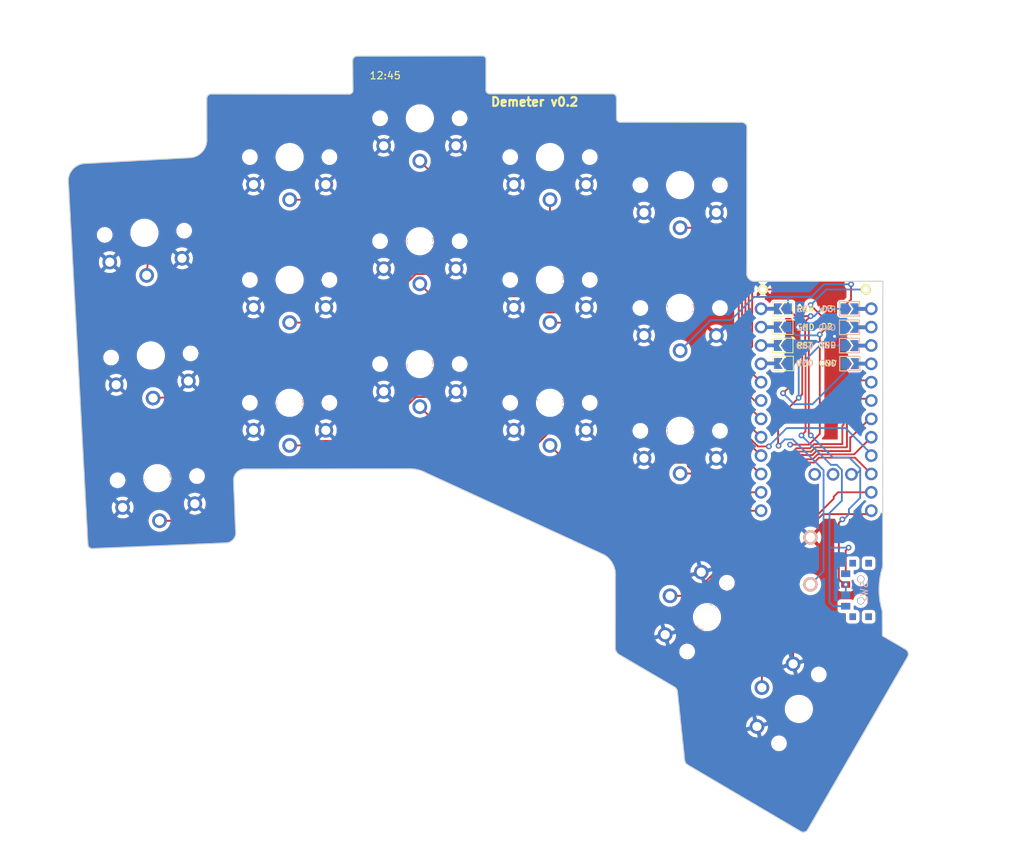
<source format=kicad_pcb>
(kicad_pcb (version 20221018) (generator pcbnew)
  (layers (0 "F.Cu" signal) (31 "B.Cu" signal) (34 "B.Paste" user) (35 "F.Paste" user) (36 "B.SilkS" user "B.Silkscreen") (37 "F.SilkS" user "F.Silkscreen") (38 "B.Mask" user) (39 "F.Mask" user) (44 "Edge.Cuts" user))
  (net 0 "")
  (net 1 "BT+")
  (net 2 "gnd")
  (net 3 "vcc")
  (net 4 "Switch18")
  (net 5 "reset")
  (net 6 "Switch1")
  (net 7 "Switch2")
  (net 8 "Switch3")
  (net 9 "Switch4")
  (net 10 "Switch5")
  (net 11 "Switch6")
  (net 12 "Switch7")
  (net 13 "Switch8")
  (net 14 "Switch9")
  (net 15 "Switch10")
  (net 16 "Switch11")
  (net 17 "Switch12")
  (net 18 "Switch13")
  (net 19 "Switch14")
  (net 20 "Switch15")
  (net 21 "Switch16")
  (net 22 "Switch17")
  (net 23 "raw")
  (footprint "kbd:1pin_conn_min" (layer "F.Cu") (at 183.571918 77.344)
    (fp_text reference "Bat+1" hide)
    (fp_text value "MountingHole_Pad" hide)
  )
  (footprint "kbd:1pin_conn_min" (layer "F.Cu") (at 169.347918 77.344)
    (fp_text reference "BatGND1" hide)
    (fp_text value "MountingHole_Pad" hide)
  )
  (footprint "Kailh:SW_PG1350_rev_DPB2.2" (layer "F.Cu") (at 83.824561 69.496826 3)
    (fp_text reference "SW2" hide)
    (fp_text value "SW_Push" hide)
  )
  (footprint "Kailh:SW_PG1350_rev_DPB2.2" (layer "F.Cu") (at 103.91 59.02)
    (fp_text reference "SW3" hide)
    (fp_text value "SW_Push" hide)
  )
  (footprint "Kailh:SW_PG1350_rev_DPB2.2" (layer "F.Cu") (at 121.91 53.66)
    (fp_text reference "SW4" hide)
    (fp_text value "SW_Push" hide)
  )
  (footprint "Kailh:SW_PG1350_rev_DPB2.2" (layer "F.Cu") (at 139.91 59.02)
    (fp_text reference "SW5" hide)
    (fp_text value "SW_Push" hide)
  )
  (footprint "Kailh:SW_PG1350_rev_DPB2.2" (layer "F.Cu") (at 157.91 62.9)
    (fp_text reference "SW6" hide)
    (fp_text value "SW_Push" hide)
  )
  (footprint "Kailh:SW_PG1350_rev_DPB2.2" (layer "F.Cu") (at 84.714271 86.473528 3)
    (fp_text reference "SW8" hide)
    (fp_text value "SW_Push" hide)
  )
  (footprint "Kailh:SW_PG1350_rev_DPB2.2" (layer "F.Cu") (at 103.91 76.02)
    (fp_text reference "SW9" hide)
    (fp_text value "SW_Push" hide)
  )
  (footprint "Kailh:SW_PG1350_rev_DPB2.2" (layer "F.Cu") (at 121.91 70.66)
    (fp_text reference "SW10" hide)
    (fp_text value "SW_Push" hide)
  )
  (footprint "Kailh:SW_PG1350_rev_DPB2.2" (layer "F.Cu") (at 139.91 76.02)
    (fp_text reference "SW11" hide)
    (fp_text value "SW_Push" hide)
  )
  (footprint "Kailh:SW_PG1350_rev_DPB2.2" (layer "F.Cu") (at 157.91 79.9)
    (fp_text reference "SW12" hide)
    (fp_text value "SW_Push" hide)
  )
  (footprint "Kailh:SW_PG1350_rev_DPB2.2" (layer "F.Cu") (at 85.603983 103.45023 3)
    (fp_text reference "SW14" hide)
    (fp_text value "SW_Push" hide)
  )
  (footprint "Kailh:SW_PG1350_rev_DPB2.2" (layer "F.Cu") (at 103.91 93.02)
    (fp_text reference "SW15" hide)
    (fp_text value "SW_Push" hide)
  )
  (footprint "Kailh:SW_PG1350_rev_DPB2.2" (layer "F.Cu") (at 121.91 87.66)
    (fp_text reference "SW16" hide)
    (fp_text value "SW_Push" hide)
  )
  (footprint "Kailh:SW_PG1350_rev_DPB2.2" (layer "F.Cu") (at 139.91 93.02)
    (fp_text reference "SW17" hide)
    (fp_text value "SW_Push" hide)
  )
  (footprint "Kailh:SW_PG1350_rev_DPB2.2" (layer "F.Cu") (at 157.91 96.9)
    (fp_text reference "SW18" hide)
    (fp_text value "SW_Push" hide)
  )
  (footprint "Kailh:SW_PG1350_rev_DPB2.2" (layer "F.Cu") (at 161.624075 122.677892 -120)
    (fp_text reference "SW20" hide)
    (fp_text value "SW_Push" hide)
  )
  (footprint "Kailh:SW_PG1350_15_reversible_b2V2" (layer "F.Cu") (at 174.324075 135.377892 -120)
    (fp_text reference "SW21" hide)
    (fp_text value "SW_Push" hide)
  )
  (footprint "Kailh:SPDT_C128955" (layer "F.Cu") (at 182.88 118.916037 -90)
    (fp_text reference "SW_POWER1" hide)
    (fp_text value "SW_SPDT")
  )
  (footprint "kbd:ProMicroSimpleJumperDPBnn2" (layer "F.Cu") (at 178.745918 91.948)
    (fp_text reference "U1" hide)
    (fp_text value "ProMicro-kbd" hide)
  )
  (footprint "kbd:ResetSW" (layer "B.Cu") (at 175.925 114.89 90)
    (fp_text reference "RSW1" hide)
    (fp_text value "SW_Push")
  )
  (footprint "Kailh:SPDT_C128955r" (layer "B.Cu") (at 182.857195 118.912129 90)
    (fp_text reference "SW2")
    (fp_text value "SW_SPDT")
  )
  (gr_line (start 92.434593 50.911574) (end 92.446098 56.582542) (stroke (width 0.15)) (layer "Edge.Cuts"))
  (gr_line (start 167.152226 54.98124) (end 167.132 75.098515) (stroke (width 0.15)) (layer "Edge.Cuts"))
  (gr_line (start 122.85 102.76) (end 147.46 114.09) (stroke (width 0.15)) (layer "Edge.Cuts"))
  (gr_arc (start 131.564 50.264) (mid 131.210447 50.117553) (end 131.064 49.764) (stroke (width 0.15)) (layer "Edge.Cuts"))
  (gr_arc (start 130.564 45.014) (mid 130.917553 45.160447) (end 131.064 45.514) (stroke (width 0.15)) (layer "Edge.Cuts"))
  (gr_line (start 76.001082 112.569869) (end 73.288472 62.196856) (stroke (width 0.15)) (layer "Edge.Cuts"))
  (gr_arc (start 185.868101 121.827278) (mid 185.42487 118.778881) (end 185.911057 115.737038) (stroke (width 0.15)) (layer "Edge.Cuts"))
  (gr_line (start 149.41 127.83) (end 157.180696 132.38388) (stroke (width 0.15)) (layer "Edge.Cuts"))
  (gr_line (start 112.656447 49.806447) (end 112.614589 45.671567) (stroke (width 0.15)) (layer "Edge.Cuts"))
  (gr_line (start 148.574 50.264) (end 131.564 50.264) (stroke (width 0.15)) (layer "Edge.Cuts"))
  (gr_line (start 95.212469 112.409054) (end 76.632508 113.194884) (stroke (width 0.15)) (layer "Edge.Cuts"))
  (gr_arc (start 148.574 50.264) (mid 148.945918 50.432896) (end 149.098 50.812) (stroke (width 0.15)) (layer "Edge.Cuts"))
  (gr_line (start 130.564 45.014) (end 113.254589 45.041567) (stroke (width 0.15)) (layer "Edge.Cuts"))
  (gr_arc (start 166.49 54.22) (mid 166.977781 54.464323) (end 167.152226 54.98124) (stroke (width 0.15)) (layer "Edge.Cuts"))
  (gr_line (start 112.156447 50.306447) (end 93.074593 50.281574) (stroke (width 0.15)) (layer "Edge.Cuts"))
  (gr_line (start 175.49 152.180001) (end 189.38 128.15) (stroke (width 0.15)) (layer "Edge.Cuts"))
  (gr_arc (start 96.16 103.73) (mid 96.615058 102.63798) (end 97.71 102.19) (stroke (width 0.15)) (layer "Edge.Cuts"))
  (gr_line (start 96.46 111.19) (end 96.16 103.73) (stroke (width 0.15)) (layer "Edge.Cuts"))
  (gr_arc (start 120.5 102.16) (mid 121.712838 102.311802) (end 122.85 102.76) (stroke (width 0.15)) (layer "Edge.Cuts"))
  (gr_arc (start 112.656447 49.806447) (mid 112.51 50.16) (end 112.156447 50.306447) (stroke (width 0.15)) (layer "Edge.Cuts"))
  (gr_arc (start 92.434593 50.911574) (mid 92.63 50.47) (end 93.074593 50.281574) (stroke (width 0.15)) (layer "Edge.Cuts"))
  (gr_arc (start 168.026236 76.197223) (mid 167.368638 75.819177) (end 167.132 75.098515) (stroke (width 0.15)) (layer "Edge.Cuts"))
  (gr_line (start 185.868101 121.827278) (end 185.88305 125.2612) (stroke (width 0.15)) (layer "Edge.Cuts"))
  (gr_arc (start 175.49 152.180001) (mid 175.108624 152.419527) (end 174.66 152.38) (stroke (width 0.15)) (layer "Edge.Cuts"))
  (gr_arc (start 76.632508 113.194884) (mid 76.182353 113.018182) (end 76.001082 112.569869) (stroke (width 0.15)) (layer "Edge.Cuts"))
  (gr_line (start 166.49 54.22) (end 149.618226 54.19924) (stroke (width 0.15)) (layer "Edge.Cuts"))
  (gr_line (start 90.188006 59.092542) (end 75.756732 59.893213) (stroke (width 0.15)) (layer "Edge.Cuts"))
  (gr_line (start 148.95 116.89) (end 148.94 126.79) (stroke (width 0.15)) (layer "Edge.Cuts"))
  (gr_arc (start 92.446098 56.582542) (mid 91.82 58.29) (end 90.188006 59.092542) (stroke (width 0.15)) (layer "Edge.Cuts"))
  (gr_arc (start 96.46 111.19) (mid 96.038698 112.00672) (end 95.212469 112.409054) (stroke (width 0.15)) (layer "Edge.Cuts"))
  (gr_arc (start 147.46 114.09) (mid 148.574758 115.293232) (end 148.95 116.89) (stroke (width 0.15)) (layer "Edge.Cuts"))
  (gr_arc (start 157.180696 132.38388) (mid 157.386799 132.597964) (end 157.510136 132.868323) (stroke (width 0.15)) (layer "Edge.Cuts"))
  (gr_arc (start 149.41 127.83) (mid 149.038223 127.371816) (end 148.94 126.79) (stroke (width 0.15)) (layer "Edge.Cuts"))
  (gr_arc (start 73.288472 62.196856) (mid 74.061003 60.550446) (end 75.756732 59.893213) (stroke (width 0.15)) (layer "Edge.Cuts"))
  (gr_line (start 189.06 127.11) (end 185.88305 125.2612) (stroke (width 0.15)) (layer "Edge.Cuts"))
  (gr_arc (start 112.614589 45.671567) (mid 112.81 45.23) (end 113.254589 45.041567) (stroke (width 0.15)) (layer "Edge.Cuts"))
  (gr_line (start 185.936622 76.202776) (end 168.026236 76.197223) (stroke (width 0.15)) (layer "Edge.Cuts"))
  (gr_line (start 149.118226 53.69924) (end 149.098 50.812) (stroke (width 0.15)) (layer "Edge.Cuts"))
  (gr_line (start 185.936622 76.202776) (end 185.911057 115.737038) (stroke (width 0.15)) (layer "Edge.Cuts"))
  (gr_arc (start 189.06 127.11) (mid 189.433894 127.564186) (end 189.38 128.15) (stroke (width 0.15)) (layer "Edge.Cuts"))
  (gr_arc (start 158.918624 143.109539) (mid 158.654126 142.831891) (end 158.528624 142.469539) (stroke (width 0.15)) (layer "Edge.Cuts"))
  (gr_arc (start 149.618226 54.19924) (mid 149.264673 54.052793) (end 149.118226 53.69924) (stroke (width 0.15)) (layer "Edge.Cuts"))
  (gr_line (start 97.71 102.19) (end 120.5 102.16) (stroke (width 0.15)) (layer "Edge.Cuts"))
  (gr_line (start 157.510136 132.868323) (end 158.528624 142.469539) (stroke (width 0.15)) (layer "Edge.Cuts"))
  (gr_line (start 131.064 49.764) (end 131.064 45.514) (stroke (width 0.15)) (layer "Edge.Cuts"))
  (gr_line (start 158.918624 143.109539) (end 174.66 152.38) (stroke (width 0.15)) (layer "Edge.Cuts"))
  (gr_text "Demeter v0.2" (at 131.59 52.09) (layer "F.SilkS") (effects (font (size 1.2 1.2) (thickness 0.3) bold) (justify left bottom)))
  (gr_text "12:45" (at 114.88 48.33) (layer "F.SilkS") (effects (font (size 1 1)) (justify left bottom)))
  (segment (start 180.805 118.166037) (end 180.58 118.166037) (width 0.25) (layer "F.Cu") (net 1))
  (segment (start 179.855 117.441037) (end 179.855 109.634918) (width 0.25) (layer "F.Cu") (net 1))
  (segment (start 175.697918 97.2615) (end 175.697918 83.058) (width 0.25) (layer "F.Cu") (net 1))
  (segment (start 175.697918 83.058) (end 177.475918 81.28) (width 0.25) (layer "F.Cu") (net 1))
  (segment (start 177.475918 81.28) (end 177.475918 81.026) (width 0.25) (layer "F.Cu") (net 1))
  (segment (start 180.58 118.166037) (end 179.855 117.441037) (width 0.25) (layer "F.Cu") (net 1))
  (segment (start 179.855 109.634918) (end 180.34 109.149918) (width 0.25) (layer "F.Cu") (net 1))
  (segment (start 177.475918 81.026) (end 175.951918 79.502) (width 0.25) (layer "F.Cu") (net 1))
  (segment (start 175.972418 97.536) (end 175.697918 97.2615) (width 0.25) (layer "F.Cu") (net 1))
  (via (at 180.34 109.149918) (size 0.8) (drill 0.4) (layers "F.Cu" "B.Cu") (net 1))
  (via (at 175.951918 79.502) (size 0.8) (drill 0.4) (layers "F.Cu" "B.Cu") (net 1))
  (via (at 175.972418 97.536) (size 0.8) (drill 0.4) (layers "F.Cu" "B.Cu") (net 1))
  (via (at 180.805 118.166037) (size 0.8) (drill 0.4) (layers "F.Cu" "B.Cu") (net 1))
  (segment (start 179.020418 100.584) (end 181.285918 100.584) (width 0.25) (layer "B.Cu") (net 1))
  (segment (start 181.285918 100.584) (end 182.809918 102.108) (width 0.25) (layer "B.Cu") (net 1))
  (segment (start 175.972418 97.536) (end 179.020418 100.584) (width 0.25) (layer "B.Cu") (net 1))
  (segment (start 182.809918 105.41) (end 182.809918 105.664) (width 0.25) (layer "B.Cu") (net 1))
  (segment (start 182.809918 102.36) (end 182.809918 105.41) (width 0.25) (layer "B.Cu") (net 1))
  (segment (start 182.809918 106.172) (end 182.809918 105.41) (width 0.25) (layer "B.Cu") (net 1))
  (segment (start 180.805 119.639324) (end 180.782195 119.662129) (width 0.25) (layer "B.Cu") (net 1))
  (segment (start 180.534 109.149918) (end 181.247 108.436918) (width 0.25) (layer "B.Cu") (net 1))
  (segment (start 181.247 107.734918) (end 182.809918 106.172) (width 0.25) (layer "B.Cu") (net 1))
  (segment (start 180.34 109.149918) (end 180.534 109.149918) (width 0.25) (layer "B.Cu") (net 1))
  (segment (start 182.251918 102.918) (end 182.809918 102.36) (width 0.25) (layer "B.Cu") (net 1))
  (segment (start 181.247 108.436918) (end 181.247 107.734918) (width 0.25) (layer "B.Cu") (net 1))
  (segment (start 183.571918 77.344) (end 178.109918 77.344) (width 0.25) (layer "B.Cu") (net 1))
  (segment (start 178.109918 77.344) (end 175.951918 79.502) (width 0.25) (layer "B.Cu") (net 1))
  (segment (start 182.809918 102.108) (end 182.809918 102.36) (width 0.25) (layer "B.Cu") (net 1))
  (segment (start 181.595918 102.918) (end 182.251918 102.918) (width 0.25) (layer "B.Cu") (net 1))
  (segment (start 180.805 118.166037) (end 180.805 119.639324) (width 0.25) (layer "B.Cu") (net 1))
  (segment (start 180.615918 85.128) (end 180.660918 85.173) (width 0.25) (layer "F.Cu") (net 2))
  (segment (start 174.427918 79.248) (end 174.427918 79.502) (width 0.25) (layer "F.Cu") (net 2))
  (segment (start 173.533178 114.031822) (end 173.533178 129.147765) (width 0.25) (layer "F.Cu") (net 2))
  (segment (start 169.347918 77.344) (end 172.523918 77.344) (width 0.25) (layer "F.Cu") (net 2))
  (segment (start 172.523918 77.344) (end 174.427918 79.248) (width 0.25) (layer "F.Cu") (net 2))
  (segment (start 180.615918 85.128) (end 180.561918 85.128) (width 0.25) (layer "F.Cu") (net 2))
  (segment (start 175.925 111.64) (end 173.533178 114.031822) (width 0.25) (layer "F.Cu") (net 2))
  (segment (start 172.840918 82.548) (end 174.171918 82.548) (width 0.25) (layer "F.Cu") (net 2))
  (segment (start 180.660918 85.173) (end 180.660918 87.618) (width 0.25) (layer "F.Cu") (net 2))
  (segment (start 180.561918 85.128) (end 179.253918 83.82) (width 0.25) (layer "F.Cu") (net 2))
  (via (at 179.253918 83.82) (size 0.8) (drill 0.4) (layers "F.Cu" "B.Cu") (net 2))
  (via (at 174.427918 79.502) (size 0.8) (drill 0.4) (layers "F.Cu" "B.Cu") (net 2))
  (via (at 174.171918 82.548) (size 0.8) (drill 0.4) (layers "F.Cu" "B.Cu") (net 2))
  (segment (start 161.894001 99.684001) (end 162.91 100.7) (width 0.25) (layer "B.Cu") (net 2))
  (segment (start 174.171918 82.548) (end 177.981918 82.548) (width 0.25) (layer "B.Cu") (net 2))
  (segment (start 174.171918 82.548) (end 174.171918 79.758) (width 0.25) (layer "B.Cu") (net 2))
  (segment (start 180.525918 82.548) (end 179.253918 83.82) (width 0.25) (layer "B.Cu") (net 2))
  (segment (start 172.860918 85.133) (end 172.815918 85.088) (width 0.25) (layer "B.Cu") (net 2))
  (segment (start 172.860918 87.578) (end 172.860918 85.133) (width 0.25) (layer "B.Cu") (net 2))
  (segment (start 174.171918 79.758) (end 174.427918 79.502) (width 0.25) (layer "B.Cu") (net 2))
  (segment (start 161.894001 84.715999) (end 161.894001 99.684001) (width 0.25) (layer "B.Cu") (net 2))
  (segment (start 177.981918 82.548) (end 179.253918 83.82) (width 0.25) (layer "B.Cu") (net 2))
  (segment (start 178.491918 84.582) (end 173.321918 84.582) (width 0.25) (layer "B.Cu") (net 2))
  (segment (start 173.321918 84.582) (end 172.815918 85.088) (width 0.25) (layer "B.Cu") (net 2))
  (segment (start 180.590918 82.548) (end 180.525918 82.548) (width 0.25) (layer "B.Cu") (net 2))
  (segment (start 179.253918 83.82) (end 178.491918 84.582) (width 0.25) (layer "B.Cu") (net 2))
  (segment (start 162.91 83.7) (end 161.894001 84.715999) (width 0.25) (layer "B.Cu") (net 2))
  (segment (start 172.885918 90.95) (end 172.141918 91.694) (width 0.25) (layer "F.Cu") (net 3))
  (segment (start 172.885918 87.578) (end 172.885918 90.95) (width 0.25) (layer "F.Cu") (net 3))
  (via (at 172.141918 91.694) (size 0.8) (drill 0.4) (layers "F.Cu" "B.Cu") (net 3))
  (segment (start 176.205918 93.218) (end 173.665918 93.218) (width 0.25) (layer "B.Cu") (net 3))
  (segment (start 180.635918 88.788) (end 176.205918 93.218) (width 0.25) (layer "B.Cu") (net 3))
  (segment (start 180.635918 87.578) (end 180.635918 88.788) (width 0.25) (layer "B.Cu") (net 3))
  (segment (start 173.665918 93.218) (end 172.141918 91.694) (width 0.25) (layer "B.Cu") (net 3))
  (segment (start 175.727723 98.806) (end 177.221918 97.311805) (width 0.25) (layer "F.Cu") (net 4))
  (segment (start 177.221918 97.311805) (end 177.221918 83.566) (width 0.25) (layer "F.Cu") (net 4))
  (segment (start 177.221918 83.566) (end 178.199918 82.588) (width 0.25) (layer "F.Cu") (net 4))
  (segment (start 178.199918 82.588) (end 180.615918 82.588) (width 0.25) (layer "F.Cu") (net 4))
  (segment (start 173.120418 98.806) (end 175.727723 98.806) (width 0.25) (layer "F.Cu") (net 4))
  (via (at 177.221918 83.566) (size 0.8) (drill 0.4) (layers "F.Cu" "B.Cu") (net 4))
  (via (at 173.120418 98.806) (size 0.8) (drill 0.4) (layers "F.Cu" "B.Cu") (net 4))
  (segment (start 176.967918 83.566) (end 176.840918 83.693) (width 0.25) (layer "B.Cu") (net 4))
  (segment (start 173.960918 83.693) (end 172.815918 82.548) (width 0.25) (layer "B.Cu") (net 4))
  (segment (start 176.840918 83.693) (end 173.960918 83.693) (width 0.25) (layer "B.Cu") (net 4))
  (segment (start 177.221918 83.566) (end 176.967918 83.566) (width 0.25) (layer "B.Cu") (net 4))
  (segment (start 171.45 95.179918) (end 174.300918 92.329) (width 0.25) (layer "F.Cu") (net 5))
  (segment (start 174.797918 91.832) (end 174.300918 92.329) (width 0.25) (layer "F.Cu") (net 5))
  (segment (start 173.663918 85.088) (end 174.797918 86.222) (width 0.25) (layer "F.Cu") (net 5))
  (segment (start 171.45 98.89) (end 171.45 95.179918) (width 0.25) (layer "F.Cu") (net 5))
  (segment (start 174.797918 86.222) (end 174.797918 91.832) (width 0.25) (layer "F.Cu") (net 5))
  (segment (start 172.840918 85.088) (end 173.663918 85.088) (width 0.25) (layer "F.Cu") (net 5))
  (segment (start 171.52 98.96) (end 171.45 98.89) (width 0.25) (layer "F.Cu") (net 5))
  (via (at 174.300918 92.329) (size 0.8) (drill 0.4) (layers "F.Cu" "B.Cu") (net 5))
  (via (at 171.52 98.96) (size 0.8) (drill 0.4) (layers "F.Cu" "B.Cu") (net 5))
  (segment (start 171.52 98.96) (end 172.399 98.081) (width 0.25) (layer "B.Cu") (net 5))
  (segment (start 177.74 116.325) (end 175.925 118.14) (width 0.25) (layer "B.Cu") (net 5))
  (segment (start 173.481 98.081) (end 177.74 102.34) (width 0.25) (layer "B.Cu") (net 5))
  (segment (start 172.399 98.081) (end 173.481 98.081) (width 0.25) (layer "B.Cu") (net 5))
  (segment (start 177.74 102.34) (end 177.74 116.325) (width 0.25) (layer "B.Cu") (net 5))
  (segment (start 177.223918 85.088) (end 174.300918 88.011) (width 0.25) (layer "B.Cu") (net 5))
  (segment (start 180.590918 85.088) (end 177.223918 85.088) (width 0.25) (layer "B.Cu") (net 5))
  (segment (start 174.300918 88.011) (end 174.300918 92.329) (width 0.25) (layer "B.Cu") (net 5))
  (segment (start 165.862 84.328) (end 165.1 85.09) (width 0.25) (layer "F.Cu") (net 6))
  (segment (start 86.966298 71.035103) (end 91.249936 71.409873) (width 0.25) (layer "F.Cu") (net 6))
  (segment (start 133.615833 65.36952) (end 138.884874 70.63856) (width 0.25) (layer "F.Cu") (net 6))
  (segment (start 112.268 65.36952) (end 133.615833 65.36952) (width 0.25) (layer "F.Cu") (net 6))
  (segment (start 165.390594 91.911406) (end 165.437078 91.911406) (width 0.25) (layer "F.Cu") (net 6))
  (segment (start 165.122 91.642812) (end 165.390594 91.911406) (width 0.25) (layer "F.Cu") (net 6))
  (segment (start 84.319965 73.255641) (end 86.966298 71.035103) (width 0.25) (layer "F.Cu") (net 6))
  (segment (start 104.83628 72.15876) (end 105.47876 72.15876) (width 0.25) (layer "F.Cu") (net 6))
  (segment (start 91.249936 71.409873) (end 91.868082 72.146551) (width 0.25) (layer "F.Cu") (net 6))
  (segment (start 168.669023 99.06) (end 170.18 99.06) (width 0.25) (layer "F.Cu") (net 6))
  (segment (start 152.07 74.17) (end 161.8 74.17) (width 0.25) (layer "F.Cu") (net 6))
  (segment (start 165.1 85.09) (end 165.1 86.21344) (width 0.25) (layer "F.Cu") (net 6))
  (segment (start 166.01344 78.38344) (end 166.01344 84.328) (width 0.25) (layer "F.Cu") (net 6))
  (segment (start 104.824071 72.146551) (end 104.83628 72.15876) (width 0.25) (layer "F.Cu") (net 6))
  (segment (start 166.622604 93.096932) (end 166.622604 97.013581) (width 0.25) (layer "F.Cu") (net 6))
  (segment (start 166.01344 84.328) (end 165.862 84.328) (width 0.25) (layer "F.Cu") (net 6))
  (segment (start 84.133343 75.38874) (end 84.319965 73.255641) (width 0.25) (layer "F.Cu") (net 6))
  (segment (start 166.622604 97.013581) (end 168.669023 99.06) (width 0.25) (layer "F.Cu") (net 6))
  (segment (start 91.868082 72.146551) (end 104.824071 72.146551) (width 0.25) (layer "F.Cu") (net 6))
  (segment (start 105.47876 72.15876) (end 112.268 65.36952) (width 0.25) (layer "F.Cu") (net 6))
  (segment (start 161.8 74.17) (end 166.01344 78.38344) (width 0.25) (layer "F.Cu") (net 6))
  (segment (start 165.1 86.21344) (end 165.122 86.23544) (width 0.25) (layer "F.Cu") (net 6))
  (segment (start 165.122 86.23544) (end 165.122 91.642812) (width 0.25) (layer "F.Cu") (net 6))
  (segment (start 165.437078 91.911406) (end 166.622604 93.096932) (width 0.25) (layer "F.Cu") (net 6))
  (segment (start 138.884874 70.63856) (end 148.53856 70.63856) (width 0.25) (layer "F.Cu") (net 6))
  (segment (start 148.53856 70.63856) (end 152.07 74.17) (width 0.25) (layer "F.Cu") (net 6))
  (via (at 170.18 99.06) (size 0.8) (drill 0.4) (layers "F.Cu" "B.Cu") (net 6))
  (segment (start 170.109918 99.06) (end 172.649918 96.52) (width 0.25) (layer "B.Cu") (net 6))
  (segment (start 180.769318 96.52) (end 184.325318 100.076) (width 0.25) (layer "B.Cu") (net 6))
  (segment (start 172.649918 96.52) (end 180.769318 96.52) (width 0.25) (layer "B.Cu") (net 6))
  (segment (start 166.46344 78.16) (end 166.46344 84.582) (width 0.25) (layer "F.Cu") (net 7))
  (segment (start 152.256396 73.72) (end 148.724956 70.18856) (width 0.25) (layer "F.Cu") (net 7))
  (segment (start 166.46344 84.582) (end 166.145242 84.900198) (width 0.25) (layer "F.Cu") (net 7))
  (segment (start 139.444823 70.18904) (end 139.445303 70.18856) (width 0.25) (layer "F.Cu") (net 7))
  (segment (start 103.91 64.92) (end 133.802031 64.92) (width 0.25) (layer "F.Cu") (net 7))
  (segment (start 161.55 73.72) (end 161.986396 73.72) (width 0.25) (layer "F.Cu") (net 7))
  (segment (start 139.071071 70.18904) (end 139.444823 70.18904) (width 0.25) (layer "F.Cu") (net 7))
  (segment (start 167.098959 95.791041) (end 169.095918 97.788) (width 0.25) (layer "F.Cu") (net 7))
  (segment (start 165.618484 91.456416) (end 167.098959 92.936891) (width 0.25) (layer "F.Cu") (net 7))
  (segment (start 148.724956 70.18856) (end 139.445303 70.18856) (width 0.25) (layer "F.Cu") (net 7))
  (segment (start 165.572 85.254396) (end 165.572 91.456416) (width 0.25) (layer "F.Cu") (net 7))
  (segment (start 166.426396 78.16) (end 166.46344 78.16) (width 0.25) (layer "F.Cu") (net 7))
  (segment (start 166.145242 84.900198) (end 165.926198 84.900198) (width 0.25) (layer "F.Cu") (net 7))
  (segment (start 165.572 91.456416) (end 165.618484 91.456416) (width 0.25) (layer "F.Cu") (net 7))
  (segment (start 161.91 73.72) (end 161.55 73.72) (width 0.25) (layer "F.Cu") (net 7))
  (segment (start 161.55 73.72) (end 152.256396 73.72) (width 0.25) (layer "F.Cu") (net 7))
  (segment (start 167.098959 92.936891) (end 167.098959 95.791041) (width 0.25) (layer "F.Cu") (net 7))
  (segment (start 161.986396 73.72) (end 166.426396 78.16) (width 0.25) (layer "F.Cu") (net 7))
  (segment (start 133.802031 64.92) (end 139.071071 70.18904) (width 0.25) (layer "F.Cu") (net 7))
  (segment (start 165.926198 84.900198) (end 165.572 85.254396) (width 0.25) (layer "F.Cu") (net 7))
  (segment (start 166.022 85.659836) (end 166.022 91.186) (width 0.25) (layer "F.Cu") (net 8))
  (segment (start 166.845836 84.836) (end 166.022 85.659836) (width 0.25) (layer "F.Cu") (net 8))
  (segment (start 167.606959 93.759041) (end 169.095918 95.248) (width 0.25) (layer "F.Cu") (net 8))
  (segment (start 167.64 93.726) (end 167.606959 93.759041) (width 0.25) (layer "F.Cu") (net 8))
  (segment (start 152.442792 73.27) (end 162.494396 73.27) (width 0.25) (layer "F.Cu") (net 8))
  (segment (start 166.022 91.186) (end 167.64 92.804) (width 0.25) (layer "F.Cu") (net 8))
  (segment (start 162.494396 73.27) (end 163.652198 74.427802) (width 0.25) (layer "F.Cu") (net 8))
  (segment (start 133.988427 64.47) (end 139.257947 69.73952) (width 0.25) (layer "F.Cu") (net 8))
  (segment (start 126.82 64.47) (end 133.988427 64.47) (width 0.25) (layer "F.Cu") (net 8))
  (segment (start 166.936 77.711604) (end 166.936 84.836) (width 0.25) (layer "F.Cu") (net 8))
  (segment (start 139.258907 69.73856) (end 148.911352 69.73856) (width 0.25) (layer "F.Cu") (net 8))
  (segment (start 167.64 92.804) (end 167.64 93.726) (width 0.25) (layer "F.Cu") (net 8))
  (segment (start 148.911352 69.73856) (end 152.442792 73.27) (width 0.25) (layer "F.Cu") (net 8))
  (segment (start 139.257947 69.73952) (end 139.258907 69.73856) (width 0.25) (layer "F.Cu") (net 8))
  (segment (start 163.652198 74.427802) (end 166.936 77.711604) (width 0.25) (layer "F.Cu") (net 8))
  (segment (start 166.936 84.836) (end 166.845836 84.836) (width 0.25) (layer "F.Cu") (net 8))
  (segment (start 121.91 59.56) (end 126.82 64.47) (width 0.25) (layer "F.Cu") (net 8))
  (segment (start 166.472 90.999604) (end 168.180396 92.708) (width 0.25) (layer "F.Cu") (net 9))
  (segment (start 149.097748 69.28856) (end 142.20856 69.28856) (width 0.25) (layer "F.Cu") (net 9))
  (segment (start 139.91 66.99) (end 139.91 64.92) (width 0.25) (layer "F.Cu") (net 9))
  (segment (start 142.20856 69.28856) (end 139.91 66.99) (width 0.25) (layer "F.Cu") (net 9))
  (segment (start 154.032 72.782) (end 154.03 72.78) (width 0.25) (layer "F.Cu") (net 9))
  (segment (start 162.778 72.782) (end 154.032 72.782) (width 0.25) (layer "F.Cu") (net 9))
  (segment (start 167.386 77.978) (end 167.386 85.09) (width 0.25) (layer "F.Cu") (net 9))
  (segment (start 153.99 72.82) (end 152.629188 72.82) (width 0.25) (layer "F.Cu") (net 9))
  (segment (start 154.03 72.78) (end 153.99 72.82) (width 0.25) (layer "F.Cu") (net 9))
  (segment (start 152.629188 72.82) (end 149.097748 69.28856) (width 0.25) (layer "F.Cu") (net 9))
  (segment (start 167.386 77.39) (end 167.386 77.978) (width 0.25) (layer "F.Cu") (net 9))
  (segment (start 162.778 72.782) (end 167.386 77.39) (width 0.25) (layer "F.Cu") (net 9))
  (segment (start 166.472 86.004) (end 166.472 90.999604) (width 0.25) (layer "F.Cu") (net 9))
  (segment (start 167.386 85.09) (end 166.472 86.004) (width 0.25) (layer "F.Cu") (net 9))
  (segment (start 168.180396 92.708) (end 169.095918 92.708) (width 0.25) (layer "F.Cu") (net 9))
  (segment (start 159.432396 68.8) (end 157.91 68.8) (width 0.25) (layer "F.Cu") (net 10))
  (segment (start 167.848396 77.216) (end 159.432396 68.8) (width 0.25) (layer "F.Cu") (net 10))
  (segment (start 167.86952 77.216) (end 167.848396 77.216) (width 0.25) (layer "F.Cu") (net 10))
  (segment (start 169.095918 90.168) (end 167.065918 88.138) (width 0.25) (layer "F.Cu") (net 10))
  (segment (start 167.86952 85.242876) (end 167.86952 77.216) (width 0.25) (layer "F.Cu") (net 10))
  (segment (start 166.922 88.138) (end 166.922 86.190396) (width 0.25) (layer "F.Cu") (net 10))
  (segment (start 166.922 86.190396) (end 167.86952 85.242876) (width 0.25) (layer "F.Cu") (net 10))
  (segment (start 167.065918 88.138) (end 166.922 88.138) (width 0.25) (layer "F.Cu") (net 10))
  (segment (start 164.672 91.829208) (end 166.060792 93.218) (width 0.25) (layer "F.Cu") (net 11))
  (segment (start 166.107276 93.218) (end 166.107276 97.339358) (width 0.25) (layer "F.Cu") (net 11))
  (segment (start 93.531815 90.511352) (end 91.741833 92.013326) (width 0.25) (layer "F.Cu") (net 11))
  (segment (start 163.161188 87.62) (end 164.672 89.130812) (width 0.25) (layer "F.Cu") (net 11))
  (segment (start 93.632037 88.485963) (end 102.616 79.502) (width 0.25) (layer "F.Cu") (net 11))
  (segment (start 141.978112 79.61896) (end 149.284198 86.925046) (width 0.25) (layer "F.Cu") (net 11))
  (segment (start 150.33 87.62) (end 163.161188 87.62) (width 0.25) (layer "F.Cu") (net 11))
  (segment (start 123.469969 74.749969) (end 126.095 77.375) (width 0.25) (layer "F.Cu") (net 11))
  (segment (start 126.095 77.375) (end 136.430717 77.375) (width 0.25) (layer "F.Cu") (net 11))
  (segment (start 138.674677 79.61896) (end 141.978112 79.61896) (width 0.25) (layer "F.Cu") (net 11))
  (segment (start 164.672 89.130812) (end 164.672 91.829208) (width 0.25) (layer "F.Cu") (net 11))
  (segment (start 166.060792 93.218) (end 166.107276 93.218) (width 0.25) (layer "F.Cu") (net 11))
  (segment (start 93.632037 89.365814) (end 93.632037 88.485963) (width 0.25) (layer "F.Cu") (net 11))
  (segment (start 121.168543 74.749969) (end 123.469969 74.749969) (width 0.25) (layer "F.Cu") (net 11))
  (segment (start 107.188 81.46048) (end 114.458032 81.46048) (width 0.25) (layer "F.Cu") (net 11))
  (segment (start 166.107276 97.339358) (end 169.095918 100.328) (width 0.25) (layer "F.Cu") (net 11))
  (segment (start 85.023054 92.365442) (end 91.741833 92.013326) (width 0.25) (layer "F.Cu") (net 11))
  (segment (start 136.430717 77.375) (end 138.674677 79.61896) (width 0.25) (layer "F.Cu") (net 11))
  (segment (start 149.284198 86.925046) (end 149.635046 86.925046) (width 0.25) (layer "F.Cu") (net 11))
  (segment (start 114.458032 81.46048) (end 121.168543 74.749969) (width 0.25) (layer "F.Cu") (net 11))
  (segment (start 102.616 79.502) (end 105.22952 79.502) (width 0.25) (layer "F.Cu") (net 11))
  (segment (start 105.22952 79.502) (end 107.188 81.46048) (width 0.25) (layer "F.Cu") (net 11))
  (segment (start 93.632037 89.365814) (end 93.531815 90.511352) (width 0.25) (layer "F.Cu") (net 11))
  (segment (start 149.635046 86.925046) (end 150.33 87.62) (width 0.25) (layer "F.Cu") (net 11))
  (segment (start 149.154566 87.430453) (end 149.794113 88.07) (width 0.25) (layer "F.Cu") (net 12))
  (segment (start 136.76 78.34) (end 138.48848 80.06848) (width 0.25) (layer "F.Cu") (net 12))
  (segment (start 167.299741 101.178259) (end 169.4294 103.307918) (width 0.25) (layer "F.Cu") (net 12))
  (segment (start 141.791914 80.06848) (end 149.098 87.374566) (width 0.25) (layer "F.Cu") (net 12))
  (segment (start 167.136304 101.014822) (end 167.299741 101.178259) (width 0.25) (layer "F.Cu") (net 12))
  (segment (start 164.222 89.317208) (end 164.222 92.015604) (width 0.25) (layer "F.Cu") (net 12))
  (segment (start 149.794113 88.07) (end 162.974792 88.07) (width 0.25) (layer "F.Cu") (net 12))
  (segment (start 136.652 78.232) (end 136.76 78.34) (width 0.25) (layer "F.Cu") (net 12))
  (segment (start 121.354741 75.199489) (end 122.903489 75.199489) (width 0.25) (layer "F.Cu") (net 12))
  (segment (start 125.529 77.825) (end 136.245 77.825) (width 0.25) (layer "F.Cu") (net 12))
  (segment (start 149.098 87.374566) (end 149.154566 87.374566) (width 0.25) (layer "F.Cu") (net 12))
  (segment (start 162.974792 88.07) (end 164.222 89.317208) (width 0.25) (layer "F.Cu") (net 12))
  (segment (start 165.657276 93.45088) (end 165.657276 99.535794) (width 0.25) (layer "F.Cu") (net 12))
  (segment (start 138.48848 80.06848) (end 141.791914 80.06848) (width 0.25) (layer "F.Cu") (net 12))
  (segment (start 164.222 92.015604) (end 165.657276 93.45088) (width 0.25) (layer "F.Cu") (net 12))
  (segment (start 103.91 81.92) (end 114.63423 81.92) (width 0.25) (layer "F.Cu") (net 12))
  (segment (start 114.63423 81.92) (end 121.354741 75.199489) (width 0.25) (layer "F.Cu") (net 12))
  (segment (start 122.903489 75.199489) (end 125.529 77.825) (width 0.25) (layer "F.Cu") (net 12))
  (segment (start 165.657276 99.535794) (end 167.299741 101.178259) (width 0.25) (layer "F.Cu") (net 12))
  (segment (start 136.245 77.825) (end 136.76 78.34) (width 0.25) (layer "F.Cu") (net 12))
  (segment (start 149.154566 87.374566) (end 149.154566 87.430453) (width 0.25) (layer "F.Cu") (net 12))
  (segment (start 138.76 80.51848) (end 138.302084 80.51848) (width 0.25) (layer "F.Cu") (net 13))
  (segment (start 138.302084 80.51848) (end 136.058604 78.275) (width 0.25) (layer "F.Cu") (net 13))
  (segment (start 141.605717 80.518) (end 149.607717 88.52) (width 0.25) (layer "F.Cu") (net 13))
  (segment (start 163.772 92.202) (end 165.207276 93.637276) (width 0.25) (layer "F.Cu") (net 13))
  (segment (start 165.207276 93.637276) (end 165.207276 103.011328) (width 0.25) (layer "F.Cu") (net 13))
  (segment (start 123.625 78.275) (end 121.91 76.56) (width 0.25) (layer "F.Cu") (net 13))
  (segment (start 167.603948 105.408) (end 169.095918 105.408) (width 0.25) (layer "F.Cu") (net 13))
  (segment (start 136.058604 78.275) (end 123.625 78.275) (width 0.25) (layer "F.Cu") (net 13))
  (segment (start 163.772 89.503604) (end 163.772 92.202) (width 0.25) (layer "F.Cu") (net 13))
  (segment (start 162.788396 88.52) (end 163.772 89.503604) (width 0.25) (layer "F.Cu") (net 13))
  (segment (start 165.207276 103.011328) (end 167.603948 105.408) (width 0.25) (layer "F.Cu") (net 13))
  (segment (start 149.607717 88.52) (end 162.788396 88.52) (width 0.25) (layer "F.Cu") (net 13))
  (segment (start 138.76 80.51848) (end 139.68952 80.51848) (width 0.25) (layer "F.Cu") (net 13))
  (segment (start 139.68952 80.51848) (end 139.69 80.518) (width 0.25) (layer "F.Cu") (net 13))
  (segment (start 138.76 80.51848) (end 138.22848 80.51848) (width 0.25) (layer "F.Cu") (net 13))
  (segment (start 139.69 80.518) (end 141.605717 80.518) (width 0.25) (layer "F.Cu") (net 13))
  (segment (start 164.757276 93.891276) (end 164.757276 103.197724) (width 0.25) (layer "F.Cu") (net 14))
  (segment (start 166.8705 107.4345) (end 167.3935 107.9575) (width 0.25) (layer "F.Cu") (net 14))
  (segment (start 166.8705 105.310948) (end 166.8705 107.4345) (width 0.25) (layer "F.Cu") (net 14))
  (segment (start 163.322 89.69) (end 163.322 92.456) (width 0.25) (layer "F.Cu") (net 14))
  (segment (start 167.3935 107.9575) (end 169.086418 107.9575) (width 0.25) (layer "F.Cu") (net 14))
  (segment (start 169.086418 107.9575) (end 169.095918 107.948) (width 0.25) (layer "F.Cu") (net 14))
  (segment (start 162.602 88.97) (end 163.322 89.69) (width 0.25) (layer "F.Cu") (net 14))
  (segment (start 139.954 81.932) (end 142.384 81.932) (width 0.25) (layer "F.Cu") (net 14))
  (segment (start 142.384 81.932) (end 149.422 88.97) (width 0.25) (layer "F.Cu") (net 14))
  (segment (start 163.322 92.456) (end 164.757276 93.891276) (width 0.25) (layer "F.Cu") (net 14))
  (segment (start 149.422 88.97) (end 162.602 88.97) (width 0.25) (layer "F.Cu") (net 14))
  (segment (start 164.757276 103.197724) (end 166.8705 105.310948) (width 0.25) (layer "F.Cu") (net 14))
  (segment (start 181.539918 76.6195) (end 181.539918 78.71438) (width 0.25) (layer "F.Cu") (net 15))
  (segment (start 181.539918 78.71438) (end 180.615918 79.63838) (width 0.25) (layer "F.Cu") (net 15))
  (segment (start 180.615918 79.63838) (end 180.615918 80.048) (width 0.25) (layer "F.Cu") (net 15))
  (via (at 181.539918 76.6195) (size 0.8) (drill 0.4) (layers "F.Cu" "B.Cu") (net 15))
  (segment (start 172.89 78.3675) (end 168.138961 78.3675) (width 0.25) (layer "B.Cu") (net 15))
  (segment (start 162.146769 81.563231) (end 164.943231 81.563231) (width 0.25) (layer "B.Cu") (net 15))
  (segment (start 176.052 78.3675) (end 172.89 78.3675) (width 0.25) (layer "B.Cu") (net 15))
  (segment (start 172.815918 80.008) (end 172.815918 78.441582) (width 0.25) (layer "B.Cu") (net 15))
  (segment (start 172.815918 80.008) (end 172.649918 80.174) (width 0.25) (layer "B.Cu") (net 15))
  (segment (start 177.8 76.6195) (end 176.052 78.3675) (width 0.25) (layer "B.Cu") (net 15))
  (segment (start 172.649918 80.174) (end 172.649918 80.58362) (width 0.25) (layer "B.Cu") (net 15))
  (segment (start 181.539918 76.6195) (end 177.8 76.6195) (width 0.25) (layer "B.Cu") (net 15))
  (segment (start 172.815918 78.441582) (end 172.89 78.3675) (width 0.25) (layer "B.Cu") (net 15))
  (segment (start 157.91 85.8) (end 162.146769 81.563231) (width 0.25) (layer "B.Cu") (net 15))
  (segment (start 168.138961 78.3675) (end 164.943231 81.563231) (width 0.25) (layer "B.Cu") (net 15))
  (segment (start 172.72 108.07002) (end 172.72 103.124) (width 0.25) (layer "F.Cu") (net 16))
  (segment (start 126.228678 94.65296) (end 130.83296 94.65296) (width 0.25) (layer "F.Cu") (net 16))
  (segment (start 160.11 99.96) (end 160.33 100.18) (width 0.25) (layer "F.Cu") (net 16))
  (segment (start 102.875885 97.287885) (end 104.642115 97.287885) (width 0.25) (layer "F.Cu") (net 16))
  (segment (start 104.642115 97.287885) (end 105.65223 98.298) (width 0.25) (layer "F.Cu") (net 16))
  (segment (start 85.912765 109.342144) (end 93.987856 109.342144) (width 0.25) (layer "F.Cu") (net 16))
  (segment (start 130.83296 94.65296) (end 132.65 96.47) (width 0.25) (layer "F.Cu") (net 16))
  (segment (start 172.845918 100.458082) (end 173.99 99.314) (width 0.25) (layer "F.Cu") (net 16))
  (segment (start 170.71402 110.076) (end 172.72 108.07002) (width 0.25) (layer "F.Cu") (net 16))
  (segment (start 148.97344 99.74344) (end 151.68 102.45) (width 0.25) (layer "F.Cu") (net 16))
  (segment (start 180.34 96.195918) (end 180.34 98.735918) (width 0.25) (layer "F.Cu") (net 16))
  (segment (start 139.346942 96.266) (end 140.84 96.266) (width 0.25) (layer "F.Cu") (net 16))
  (segment (start 172.845918 102.998082) (end 172.845918 100.458082) (width 0.25) (layer "F.Cu") (net 16))
  (segment (start 176.434201 98.735918) (end 177.546 98.735918) (width 0.25) (layer "F.Cu") (net 16))
  (segment (start 123.343687 91.767969) (end 126.228678 94.65296) (width 0.25) (layer "F.Cu") (net 16))
  (segment (start 155.780812 99.96) (end 160.11 99.96) (width 0.25) (layer "F.Cu") (net 16))
  (segment (start 151.68 102.45) (end 153.290812 102.45) (width 0.25) (layer "F.Cu") (net 16))
  (segment (start 177.546 98.735918) (end 177.292 98.735918) (width 0.25) (layer "F.Cu") (net 16))
  (segment (start 117.224 94.914) (end 120.370031 91.767969) (width 0.25) (layer "F.Cu") (net 16))
  (segment (start 95.43423 102.705368) (end 99.823943 98.315655) (width 0.25) (layer "F.Cu") (net 16))
  (segment (start 140.84 96.293208) (end 142.734198 98.187406) (width 0.25) (layer "F.Cu") (net 16))
  (segment (start 101.848115 98.315655) (end 102.875885 97.287885) (width 0.25) (layer "F.Cu") (net 16))
  (segment (start 160.33 101.218052) (end 166.021948 106.91) (width 0.25) (layer "F.Cu") (net 16))
  (segment (start 114.494 94.914) (end 117.224 94.914) (width 0.25) (layer "F.Cu") (net 16))
  (segment (start 182.301918 89.916) (end 180.523918 91.694) (width 0.25) (layer "F.Cu") (net 16))
  (segment (start 166.079156 106.91) (end 166.079156 107.279552) (width 0.25) (layer "F.Cu") (net 16))
  (segment (start 142.734198 98.789406) (end 143.688232 99.74344) (width 0.25) (layer "F.Cu") (net 16))
  (segment (start 180.523918 91.694) (end 180.523918 96.012) (width 0.25) (layer "F.Cu") (net 16))
  (segment (start 172.72 103.124) (end 172.845918 102.998082) (width 0.25) (layer "F.Cu") (net 16))
  (segment (start 153.290812 102.45) (end 155.780812 99.96) (width 0.25) (layer "F.Cu") (net 16))
  (segment (start 140.84 96.266) (end 140.84 96.293208) (width 0.25) (layer "F.Cu") (net 16))
  (segment (start 160.33 100.18) (end 160.33 101.218052) (width 0.25) (layer "F.Cu") (net 16))
  (segment (start 180.34 98.735918) (end 177.546 98.735918) (width 0.25) (layer "F.Cu") (net 16))
  (segment (start 143.688232 99.74344) (end 148.97344 99.74344) (width 0.25) (layer "F.Cu") (net 16))
  (segment (start 184.325318 89.916) (end 182.301918 89.916) (width 0.25) (layer "F.Cu") (net 16))
  (segment (start 166.021948 106.91) (end 166.079156 106.91) (width 0.25) (layer "F.Cu") (net 16))
  (segment (start 120.370031 91.767969) (end 123.343687 91.767969) (width 0.25) (layer "F.Cu") (net 16))
  (segment (start 136.221471 99.391471) (end 139.346942 96.266) (width 0.25) (layer "F.Cu") (net 16))
  (segment (start 93.987856 109.342144) (end 95.43423 107.89577) (width 0.25) (layer "F.Cu") (net 16))
  (segment (start 180.523918 96.012) (end 180.34 96.195918) (width 0.25) (layer "F.Cu") (net 16))
  (segment (start 105.65223 98.298) (end 111.11 98.298) (width 0.25) (layer "F.Cu") (net 16))
  (segment (start 132.65 99.391471) (end 136.221471 99.391471) (width 0.25) (layer "F.Cu") (net 16))
  (segment (start 175.856119 99.314) (end 176.434201 98.735918) (width 0.25) (layer "F.Cu") (net 16))
  (segment (start 111.11 98.298) (end 114.494 94.914) (width 0.25) (layer "F.Cu") (net 16))
  (segment (start 99.823943 98.315655) (end 101.848115 98.315655) (width 0.25) (layer "F.Cu") (net 16))
  (segment (start 132.65 96.47) (end 132.65 99.391471) (width 0.25) (layer "F.Cu") (net 16))
  (segment (start 142.734198 98.187406) (end 142.734198 98.789406) (width 0.25) (layer "F.Cu") (net 16))
  (segment (start 168.875604 110.076) (end 170.71402 110.076) (width 0.25) (layer "F.Cu") (net 16))
  (segment (start 166.079156 107.279552) (end 168.875604 110.076) (width 0.25) (layer "F.Cu") (net 16))
  (segment (start 173.99 99.314) (end 175.856119 99.314) (width 0.25) (layer "F.Cu") (net 16))
  (segment (start 95.43423 107.89577) (end 95.43423 102.705368) (width 0.25) (layer "F.Cu") (net 16))
  (segment (start 108.118 98.92) (end 108.29 98.748) (width 0.25) (layer "F.Cu") (net 17))
  (segment (start 140.626396 96.716) (end 142.284198 98.373802) (width 0.25) (layer "F.Cu") (net 17))
  (segment (start 159.75 100.41) (end 159.88 100.54) (width 0.25) (layer "F.Cu") (net 17))
  (segment (start 176.003257 99.803257) (end 176.620597 99.185918) (width 0.25) (layer "F.Cu") (net 17))
  (segment (start 168.656 110.526) (end 170.900416 110.526) (width 0.25) (layer "F.Cu") (net 17))
  (segment (start 165.89276 107.76276) (end 168.656 110.526) (width 0.25) (layer "F.Cu") (net 17))
  (segment (start 132.463604 99.841471) (end 136.407867 99.841471) (width 0.25) (layer "F.Cu") (net 17))
  (segment (start 139.533338 96.716) (end 140.626396 96.716) (width 0.25) (layer "F.Cu") (net 17))
  (segment (start 180.973918 99.118) (end 180.973918 94.234) (width 0.25) (layer "F.Cu") (net 17))
  (segment (start 160.118466 101.642914) (end 165.629156 107.153604) (width 0.25) (layer "F.Cu") (net 17))
  (segment (start 170.900416 110.526) (end 173.228 108.198416) (width 0.25) (layer "F.Cu") (net 17))
  (segment (start 174.186 99.764) (end 175.964 99.764) (width 0.25) (layer "F.Cu") (net 17))
  (segment (start 159.88 100.54) (end 159.88 101.415828) (width 0.25) (layer "F.Cu") (net 17))
  (segment (start 142.284198 98.373802) (end 142.284198 98.975802) (width 0.25) (layer "F.Cu") (net 17))
  (segment (start 126.04248 95.10248) (end 130.646084 95.10248) (width 0.25) (layer "F.Cu") (net 17))
  (segment (start 180.906 99.185918) (end 180.973918 99.118) (width 0.25) (layer "F.Cu") (net 17))
  (segment (start 117.981115 95.591115) (end 121.354741 92.217489) (width 0.25) (layer "F.Cu") (net 17))
  (segment (start 173.228 103.436314) (end 173.356396 103.307918) (width 0.25) (layer "F.Cu") (net 17))
  (segment (start 165.629156 107.465948) (end 165.89276 107.729552) (width 0.25) (layer "F.Cu") (net 17))
  (segment (start 155.967208 100.41) (end 159.75 100.41) (width 0.25) (layer "F.Cu") (net 17))
  (segment (start 173.366 100.584) (end 174.186 99.764) (width 0.25) (layer "F.Cu") (net 17))
  (segment (start 159.88 101.415828) (end 160.107086 101.642914) (width 0.25) (layer "F.Cu") (net 17))
  (segment (start 121.354741 92.217489) (end 123.157489 92.217489) (width 0.25) (layer "F.Cu") (net 17))
  (segment (start 108.29 98.748) (end 111.296396 98.748) (width 0.25) (layer "F.Cu") (net 17))
  (segment (start 123.157489 92.217489) (end 126.04248 95.10248) (width 0.25) (layer "F.Cu") (net 17))
  (segment (start 150.260396 101.683356) (end 150.260396 101.939604) (width 0.25) (layer "F.Cu") (net 17))
  (segment (start 182.751918 92.456) (end 184.325318 92.456) (width 0.25) (layer "F.Cu") (net 17))
  (segment (start 136.407867 99.841471) (end 139.533338 96.716) (width 0.25) (layer "F.Cu") (net 17))
  (segment (start 153.167208 103.21) (end 155.967208 100.41) (width 0.25) (layer "F.Cu") (net 17))
  (segment (start 165.629156 107.153604) (end 165.629156 107.465948) (width 0.25) (layer "F.Cu") (net 17))
  (segment (start 175.964 99.764) (end 176.003257 99.803257) (width 0.25) (layer "F.Cu") (net 17))
  (segment (start 150.260396 101.939604) (end 151.530792 103.21) (width 0.25) (layer "F.Cu") (net 17))
  (segment (start 143.501356 100.19296) (end 148.77 100.19296) (width 0.25) (layer "F.Cu") (net 17))
  (segment (start 180.973918 94.234) (end 182.751918 92.456) (width 0.25) (layer "F.Cu") (net 17))
  (segment (start 114.453281 95.591115) (end 117.981115 95.591115) (width 0.25) (layer "F.Cu") (net 17))
  (segment (start 160.107086 101.642914) (end 160.118466 101.642914) (width 0.25) (layer "F.Cu") (net 17))
  (segment (start 165.89276 107.729552) (end 165.89276 107.76276) (width 0.25) (layer "F.Cu") (net 17))
  (segment (start 103.91 98.92) (end 108.118 98.92) (width 0.25) (layer "F.Cu") (net 17))
  (segment (start 173.356396 100.584) (end 173.366 100.584) (width 0.25) (layer "F.Cu") (net 17))
  (segment (start 151.530792 103.21) (end 153.167208 103.21) (width 0.25) (layer "F.Cu") (net 17))
  (segment (start 148.77 100.19296) (end 150.260396 101.683356) (width 0.25) (layer "F.Cu") (net 17))
  (segment (start 111.296396 98.748) (end 114.453281 95.591115) (width 0.25) (layer "F.Cu") (net 17))
  (segment (start 132.2 96.656396) (end 132.2 99.577867) (width 0.25) (layer "F.Cu") (net 17))
  (segment (start 130.646084 95.10248) (end 132.2 96.656396) (width 0.25) (layer "F.Cu") (net 17))
  (segment (start 132.2 99.577867) (end 132.463604 99.841471) (width 0.25) (layer "F.Cu") (net 17))
  (segment (start 173.228 108.198416) (end 173.228 103.436314) (width 0.25) (layer "F.Cu") (net 17))
  (segment (start 173.356396 103.307918) (end 173.356396 100.584) (width 0.25) (layer "F.Cu") (net 17))
  (segment (start 142.284198 98.975802) (end 143.501356 100.19296) (width 0.25) (layer "F.Cu") (net 17))
  (segment (start 176.620597 99.185918) (end 180.906 99.185918) (width 0.25) (layer "F.Cu") (net 17))
  (segment (start 171.086812 110.976) (end 173.678 108.384812) (width 0.25) (layer "F.Cu") (net 18))
  (segment (start 141.63076 98.35676) (end 141.63076 98.95876) (width 0.25) (layer "F.Cu") (net 18))
  (segment (start 173.678 103.69) (end 173.869198 103.498802) (width 0.25) (layer "F.Cu") (net 18))
  (segment (start 129.286 95.806) (end 129.54 95.552) (width 0.25) (layer "F.Cu") (net 18))
  (segment (start 165.179156 107.34) (end 165.179156 107.685552) (width 0.25) (layer "F.Cu") (net 18))
  (segment (start 177.59471 99.706) (end 181.423918 99.706) (width 0.25) (layer "F.Cu") (net 18))
  (segment (start 165.167776 107.34) (end 165.179156 107.34) (width 0.25) (layer "F.Cu") (net 18))
  (segment (start 132.277208 100.291471) (end 131.75 99.764263) (width 0.25) (layer "F.Cu") (net 18))
  (segment (start 136.981521 99.904213) (end 136.594263 100.291471) (width 0.25) (layer "F.Cu") (net 18))
  (segment (start 136.981521 100.026709) (end 136.717719 100.290511) (width 0.25) (layer "F.Cu") (net 18))
  (segment (start 140.44 97.166) (end 139.719734 97.166) (width 0.25) (layer "F.Cu") (net 18))
  (segment (start 181.423918 97.79) (end 181.531318 97.79) (width 0.25) (layer "F.Cu") (net 18))
  (segment (start 174.372396 100.214) (end 174.752 100.214) (width 0.25) (layer "F.Cu") (net 18))
  (segment (start 173.869198 103.498802) (end 173.869198 100.717198) (width 0.25) (layer "F.Cu") (net 18))
  (segment (start 176.784 99.658911) (end 177.547621 99.658911) (width 0.25) (layer "F.Cu") (net 18))
  (segment (start 143.31448 100.64248) (end 148.53 100.64248) (width 0.25) (layer "F.Cu") (net 18))
  (segment (start 174.752 100.214) (end 174.791257 100.253257) (width 0.25) (layer "F.Cu") (net 18))
  (segment (start 156.153604 100.86) (end 159.36 100.86) (width 0.25) (layer "F.Cu") (net 18))
  (segment (start 153.353604 103.66) (end 156.153604 100.86) (width 0.25) (layer "F.Cu") (net 18))
  (segment (start 121.91 93.558) (end 124.158 95.806) (width 0.25) (layer "F.Cu") (net 18))
  (segment (start 141.63076 98.95876) (end 143.31448 100.64248) (width 0.25) (layer "F.Cu") (net 18))
  (segment (start 136.594263 100.291471) (end 132.277208 100.291471) (width 0.25) (layer "F.Cu") (net 18))
  (segment (start 173.869198 100.717198) (end 174.372396 100.214) (width 0.25) (layer "F.Cu") (net 18))
  (segment (start 159.43 101.602224) (end 165.167776 107.34) (width 0.25) (layer "F.Cu") (net 18))
  (segment (start 181.423918 99.706) (end 181.423918 97.79) (width 0.25) (layer "F.Cu") (net 18))
  (segment (start 176.189653 100.253257) (end 176.784 99.658911) (width 0.25) (layer "F.Cu") (net 18))
  (segment (start 148.53 100.845604) (end 151.344396 103.66) (width 0.25) (layer "F.Cu") (net 18))
  (segment (start 130.459688 95.55248) (end 129.57 95.55248) (width 0.25) (layer "F.Cu") (net 18))
  (segment (start 159.43 100.93) (end 159.43 101.602224) (width 0.25) (layer "F.Cu") (net 18))
  (segment (start 140.44 97.166) (end 141.63076 98.35676) (width 0.25) (layer "F.Cu") (net 18))
  (segment (start 168.469604 110.976) (end 171.086812 110.976) (width 0.25) (layer "F.Cu") (net 18))
  (segment (start 136.981521 99.904213) (end 136.981521 100.026709) (width 0.25) (layer "F.Cu") (net 18))
  (segment (start 131.75 99.764263) (end 131.75 96.842792) (width 0.25) (layer "F.Cu") (net 18))
  (segment (start 174.791257 100.253257) (end 176.189653 100.253257) (width 0.25) (layer "F.Cu") (net 18))
  (segment (start 124.158 95.806) (end 129.286 95.806) (width 0.25) (layer "F.Cu") (net 18))
  (segment (start 173.678 108.384812) (end 173.678 103.69) (width 0.25) (layer "F.Cu") (net 18))
  (segment (start 165.179156 107.685552) (end 168.469604 110.976) (width 0.25) (layer "F.Cu") (net 18))
  (segment (start 159.36 100.86) (end 159.43 100.93) (width 0.25) (layer "F.Cu") (net 18))
  (segment (start 151.344396 103.66) (end 153.353604 103.66) (width 0.25) (layer "F.Cu") (net 18))
  (segment (start 148.53 100.64248) (end 148.53 100.845604) (width 0.25) (layer "F.Cu") (net 18))
  (segment (start 177.547621 99.658911) (end 177.59471 99.706) (width 0.25) (layer "F.Cu") (net 18))
  (segment (start 139.719734 97.166) (end 136.981521 99.904213) (width 0.25) (layer "F.Cu") (net 18))
  (segment (start 181.531318 97.79) (end 184.325318 94.996) (width 0.25) (layer "F.Cu") (net 18))
  (segment (start 131.75 96.842792) (end 130.459688 95.55248) (width 0.25) (layer "F.Cu") (net 18))
  (segment (start 164.634984 107.777776) (end 168.283208 111.426) (width 0.25) (layer "F.Cu") (net 19))
  (segment (start 174.319198 103.948802) (end 174.319198 100.903594) (width 0.25) (layer "F.Cu") (net 19))
  (segment (start 181.967918 100.156) (end 184.335918 97.788) (width 0.25) (layer "F.Cu") (net 19))
  (segment (start 151.158 104.11) (end 153.54 104.11) (width 0.25) (layer "F.Cu") (net 19))
  (segment (start 153.54 104.11) (end 156.34 101.31) (width 0.25) (layer "F.Cu") (net 19))
  (segment (start 158.98 101.31) (end 158.98 101.78862) (width 0.25) (layer "F.Cu") (net 19))
  (segment (start 174.128 108.574) (end 174.128 104.14) (width 0.25) (layer "F.Cu") (net 19))
  (segment (start 168.283208 111.426) (end 171.276 111.426) (width 0.25) (layer "F.Cu") (net 19))
  (segment (start 171.276 111.426) (end 174.128 108.574) (width 0.25) (layer "F.Cu") (net 19))
  (segment (start 174.128 104.14) (end 174.319198 103.948802) (width 0.25) (layer "F.Cu") (net 19))
  (segment (start 148.14 101.092) (end 151.158 104.11) (width 0.25) (layer "F.Cu") (net 19))
  (segment (start 142.096 101.092) (end 148.14 101.092) (width 0.25) (layer "F.Cu") (net 19))
  (segment (start 164.634984 107.443604) (end 164.634984 107.777776) (width 0.25) (layer "F.Cu") (net 19))
  (segment (start 176.92331 100.156) (end 181.967918 100.156) (width 0.25) (layer "F.Cu") (net 19))
  (segment (start 139.954 98.95) (end 142.096 101.092) (width 0.25) (layer "F.Cu") (net 19))
  (segment (start 158.98 101.78862) (end 164.634984 107.443604) (width 0.25) (layer "F.Cu") (net 19))
  (segment (start 156.34 101.31) (end 158.98 101.31) (width 0.25) (layer "F.Cu") (net 19))
  (segment (start 174.319198 100.903594) (end 174.384792 100.838) (width 0.25) (layer "F.Cu") (net 19))
  (segment (start 174.384792 100.838) (end 176.241308 100.838) (width 0.25) (layer "F.Cu") (net 19))
  (segment (start 176.241308 100.838) (end 176.92331 100.156) (width 0.25) (layer "F.Cu") (net 19))
  (segment (start 174.769198 104.135198) (end 174.769198 101.328802) (width 0.25) (layer "F.Cu") (net 20))
  (segment (start 157.91 102.23684) (end 158.56516 102.892) (width 0.25) (layer "F.Cu") (net 20))
  (segment (start 157.91 102.8) (end 159.354984 102.8) (width 0.25) (layer "F.Cu") (net 20))
  (segment (start 174.578 108.760396) (end 174.578 104.326396) (width 0.25) (layer "F.Cu") (net 20))
  (segment (start 177.109706 100.606) (end 182.073918 100.606) (width 0.25) (layer "F.Cu") (net 20))
  (segment (start 182.073918 100.606) (end 184.335918 102.868) (width 0.25) (layer "F.Cu") (net 20))
  (segment (start 176.427704 101.288) (end 177.109706 100.606) (width 0.25) (layer "F.Cu") (net 20))
  (segment (start 164.184984 107.964172) (end 168.096812 111.876) (width 0.25) (layer "F.Cu") (net 20))
  (segment (start 159.354984 102.8) (end 164.184984 107.63) (width 0.25) (layer "F.Cu") (net 20))
  (segment (start 164.184984 107.63) (end 164.184984 107.964172) (width 0.25) (layer "F.Cu") (net 20))
  (segment (start 174.578 104.326396) (end 174.769198 104.135198) (width 0.25) (layer "F.Cu") (net 20))
  (segment (start 168.096812 111.876) (end 171.462396 111.876) (width 0.25) (layer "F.Cu") (net 20))
  (segment (start 171.462396 111.876) (end 174.578 108.760396) (width 0.25) (layer "F.Cu") (net 20))
  (segment (start 174.769198 101.328802) (end 174.81 101.288) (width 0.25) (layer "F.Cu") (net 20))
  (segment (start 174.81 101.288) (end 176.427704 101.288) (width 0.25) (layer "F.Cu") (net 20))
  (segment (start 156.514525 119.727892) (end 159.449512 119.727892) (width 0.25) (layer "F.Cu") (net 21))
  (segment (start 159.449512 119.727892) (end 166.851404 112.326) (width 0.25) (layer "F.Cu") (net 21))
  (segment (start 179.151157 106.284066) (end 175.961223 109.474) (width 0.25) (layer "F.Cu") (net 21))
  (segment (start 171.648792 112.326) (end 169.72 112.326) (width 0.25) (layer "F.Cu") (net 21))
  (segment (start 166.851404 112.326) (end 169.72 112.326) (width 0.25) (layer "F.Cu") (net 21))
  (segment (start 179.151157 105.999157) (end 179.151157 106.284066) (width 0.25) (layer "F.Cu") (net 21))
  (segment (start 175.961223 109.474) (end 174.500792 109.474) (width 0.25) (layer "F.Cu") (net 21))
  (segment (start 174.500792 109.474) (end 171.648792 112.326) (width 0.25) (layer "F.Cu") (net 21))
  (segment (start 184.335918 105.408) (end 179.742314 105.408) (width 0.25) (layer "F.Cu") (net 21))
  (segment (start 179.742314 105.408) (end 179.151157 105.999157) (width 0.25) (layer "F.Cu") (net 21))
  (segment (start 176.147619 109.924) (end 174.687188 109.924) (width 0.25) (layer "F.Cu") (net 22))
  (segment (start 183.859 108.424918) (end 177.646701 108.424918) (width 0.25) (layer "F.Cu") (net 22))
  (segment (start 184.335918 107.948) (end 183.859 108.424918) (width 0.25) (layer "F.Cu") (net 22))
  (segment (start 169.214525 118.396663) (end 169.214525 132.427892) (width 0.25) (layer "F.Cu") (net 22))
  (segment (start 170.28 117.331188) (end 169.214525 118.396663) (width 0.25) (layer "F.Cu") (net 22))
  (segment (start 177.646701 108.424918) (end 176.147619 109.924) (width 0.25) (layer "F.Cu") (net 22))
  (segment (start 170.28 114.331188) (end 170.28 117.331188) (width 0.25) (layer "F.Cu") (net 22))
  (segment (start 174.687188 109.924) (end 170.28 114.331188) (width 0.25) (layer "F.Cu") (net 22))
  (segment (start 175.951918 81.026) (end 175.189918 81.788) (width 0.25) (layer "F.Cu") (net 23))
  (segment (start 175.247918 86.035604) (end 175.247918 96.97) (width 0.25) (layer "F.Cu") (net 23))
  (segment (start 180.805 113.455) (end 181.2 113.06) (width 0.25) (layer "F.Cu") (net 23))
  (segment (start 175.189918 85.977604) (end 175.247918 86.035604) (width 0.25) (layer "F.Cu") (net 23))
  (segment (start 173.858918 81.026) (end 172.840918 80.008) (width 0.25) (layer "F.Cu") (net 23))
  (segment (start 175.189918 81.788) (end 175.189918 85.977604) (width 0.25) (layer "F.Cu") (net 23))
  (segment (start 180.848 116.623037) (end 180.805 116.666037) (width 0.25) (layer "F.Cu") (net 23))
  (segment (start 175.951918 81.026) (end 173.858918 81.026) (width 0.25) (layer "F.Cu") (net 23))
  (segment (start 180.805 116.666037) (end 180.805 113.455) (width 0.25) (layer "F.Cu") (net 23))
  (segment (start 175.247918 96.97) (end 174.681918 97.536) (width 0.25) (layer "F.Cu") (net 23))
  (via (at 181.2 113.06) (size 0.8) (drill 0.4) (layers "F.Cu" "B.Cu") (net 23))
  (via (at 174.681918 97.536) (size 0.8) (drill 0.4) (layers "F.Cu" "B.Cu") (net 23))
  (via (at 175.951918 81.026) (size 0.8) (drill 0.4) (layers "F.Cu" "B.Cu") (net 23))
  (segment (start 178.562 120.602) (end 179.122129 121.162129) (width 0.25) (layer "B.Cu") (net 23))
  (segment (start 178.562 108.270416) (end 178.562 113.03) (width 0.25) (layer "B.Cu") (net 23))
  (segment (start 179.574213 101.6) (end 180.269918 102.295705) (width 0.25) (layer "B.Cu") (net 23))
  (segment (start 180.269918 102.295705) (end 180.269918 106.562498) (width 0.25) (layer "B.Cu") (net 23))
  (segment (start 178.745918 101.6) (end 179.574213 101.6) (width 0.25) (layer "B.Cu") (net 23))
  (segment (start 176.459918 81.026) (end 177.477918 80.008) (width 0.25) (layer "B.Cu") (net 23))
  (segment (start 179.122129 121.162129) (end 180.782195 121.162129) (width 0.25) (layer "B.Cu") (net 23))
  (segment (start 178.562 116.284) (end 178.562 120.602) (width 0.25) (layer "B.Cu") (net 23))
  (segment (start 179.954522 80.008) (end 180.27272 80.326198) (width 0.25) (layer "B.Cu") (net 23))
  (segment (start 178.562 116.284) (end 178.562 113.03) (width 0.25) (layer "B.Cu") (net 23))
  (segment (start 175.951918 81.026) (end 176.459918 81.026) (width 0.25) (layer "B.Cu") (net 23))
  (segment (start 177.477918 80.008) (end 179.954522 80.008) (width 0.25) (layer "B.Cu") (net 23))
  (segment (start 181.2 113.06) (end 178.592 113.06) (width 0.25) (layer "B.Cu") (net 23))
  (segment (start 174.681918 97.536) (end 178.745918 101.6) (width 0.25) (layer "B.Cu") (net 23))
  (segment (start 180.269918 106.562498) (end 178.562 108.270416) (width 0.25) (layer "B.Cu") (net 23))
  (segment (start 178.592 113.06) (end 178.562 113.03) (width 0.25) (layer "B.Cu") (net 23))
  (zone (net 2) (net_name "gnd") (layers "F&B.Cu") (connect_pads (clearance 0.508)) (min_thickness 0.254) (fill yes (thermal_gap 0.508) (thermal_bridge_width 0.508))
    (polygon (pts (xy 70.483423 37.906562) (xy 201.543423 40.846562) (xy 203.523423 157.106562) (xy 63.853423 148.356562) (xy 66.803423 37.286562)))
  )
  (zone (net 2) (net_name "gnd") (layer "B.Cu") (connect_pads (clearance 0.508)) (min_thickness 0.254) (fill yes (thermal_gap 0.508) (thermal_bridge_width 0.508))
    (polygon (pts (xy 72.430021 38.201211) (xy 203.490021 41.141211) (xy 205.470021 157.401211) (xy 65.800021 148.651211) (xy 68.750021 37.581211)))
  )
)
</source>
